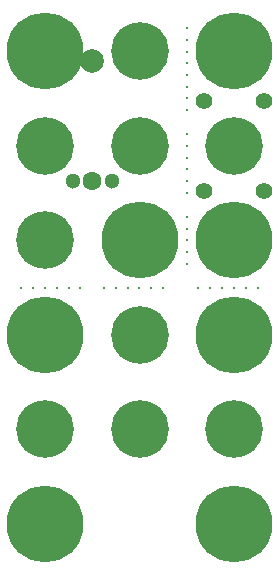
<source format=gbs>
G04 #@! TF.FileFunction,Soldermask,Bot*
%FSLAX46Y46*%
G04 Gerber Fmt 4.6, Leading zero omitted, Abs format (unit mm)*
G04 Created by KiCad (PCBNEW (2015-08-15 BZR 6092)-product) date 2/28/2016 1:55:58 PM*
%MOMM*%
G01*
G04 APERTURE LIST*
%ADD10C,0.100000*%
%ADD11C,0.330200*%
%ADD12C,1.300000*%
%ADD13C,1.600000*%
%ADD14C,2.000000*%
%ADD15C,4.876800*%
%ADD16C,6.500000*%
%ADD17C,1.397000*%
G04 APERTURE END LIST*
D10*
D11*
X160984000Y-84000000D03*
X163016000Y-84000000D03*
X162000000Y-84000000D03*
X163984000Y-84000000D03*
X166016000Y-84000000D03*
X165000000Y-84000000D03*
D12*
X153650000Y-75000000D03*
D13*
X152000000Y-75000000D03*
D12*
X150350000Y-75000000D03*
D14*
X152000000Y-64800000D03*
D15*
X148000000Y-80000000D03*
X156000000Y-64000000D03*
D11*
X160000000Y-67984000D03*
X160000000Y-69000000D03*
X160000000Y-76016000D03*
X160000000Y-73984000D03*
X160000000Y-75000000D03*
X160000000Y-73016000D03*
X160000000Y-70984000D03*
X160000000Y-72000000D03*
X160000000Y-67016000D03*
X160000000Y-64984000D03*
X160000000Y-66000000D03*
X160000000Y-64016000D03*
X160000000Y-61984000D03*
X160000000Y-63000000D03*
X150016000Y-84000000D03*
X149000000Y-84000000D03*
X152984000Y-84000000D03*
X155016000Y-84000000D03*
X154000000Y-84000000D03*
X155984000Y-84000000D03*
X158016000Y-84000000D03*
X157000000Y-84000000D03*
D16*
X164000000Y-104000000D03*
D15*
X148000000Y-72000000D03*
X164000000Y-72000000D03*
X156000000Y-72000000D03*
X148000000Y-96000000D03*
X164000000Y-96000000D03*
D16*
X164000000Y-64000000D03*
X148000000Y-64000000D03*
X164000000Y-80000000D03*
X156000000Y-80000000D03*
D15*
X156000000Y-88000000D03*
X156000000Y-96000000D03*
D16*
X164000000Y-88000000D03*
X148000000Y-88000000D03*
X148000000Y-104000000D03*
D17*
X166540000Y-75810000D03*
X161460000Y-75810000D03*
X166540000Y-68190000D03*
X161460000Y-68190000D03*
D11*
X145984000Y-84000000D03*
X148016000Y-84000000D03*
X147000000Y-84000000D03*
X160000000Y-82016000D03*
X160000000Y-79984000D03*
X160000000Y-81000000D03*
X160000000Y-77984000D03*
X160000000Y-79000000D03*
X151000000Y-84000000D03*
M02*

</source>
